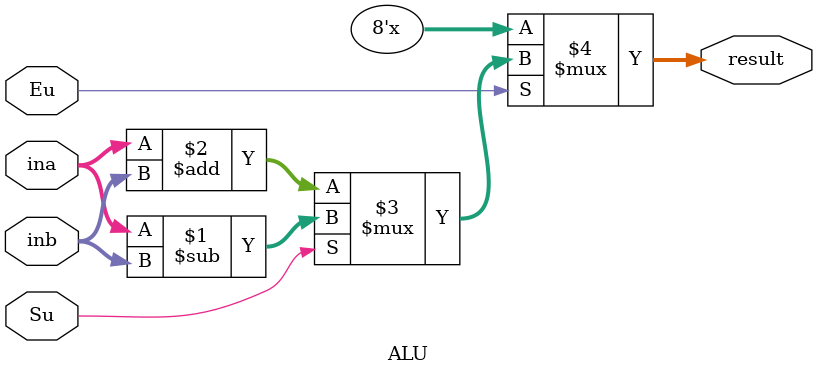
<source format=v>
`timescale 1ns / 1ps
module ALU(Su, Eu, ina, inb, result);
input Su, Eu;
parameter wordsize = 8;
input [wordsize-1:0] ina, inb;
output [wordsize-1:0] result;
assign result = Eu?(Su?ina-inb:ina+inb):8'bz;


endmodule

</source>
